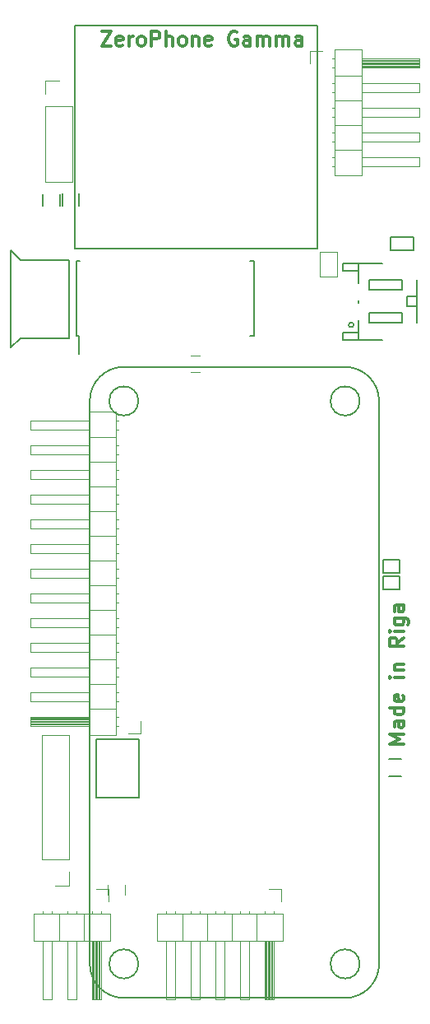
<source format=gto>
%TF.GenerationSoftware,KiCad,Pcbnew,4.0.4-stable*%
%TF.CreationDate,2017-05-07T04:07:06+03:00*%
%TF.ProjectId,back_prototype,6261636B5F70726F746F747970652E6B,rev?*%
%TF.FileFunction,Legend,Top*%
%FSLAX46Y46*%
G04 Gerber Fmt 4.6, Leading zero omitted, Abs format (unit mm)*
G04 Created by KiCad (PCBNEW 4.0.4-stable) date 05/07/17 04:07:06*
%MOMM*%
%LPD*%
G01*
G04 APERTURE LIST*
%ADD10C,0.100000*%
%ADD11C,0.300000*%
%ADD12C,0.150000*%
%ADD13C,0.120000*%
G04 APERTURE END LIST*
D10*
D11*
X79977371Y-113822857D02*
X78477371Y-113822857D01*
X79548800Y-113322857D01*
X78477371Y-112822857D01*
X79977371Y-112822857D01*
X79977371Y-111465714D02*
X79191657Y-111465714D01*
X79048800Y-111537143D01*
X78977371Y-111680000D01*
X78977371Y-111965714D01*
X79048800Y-112108571D01*
X79905943Y-111465714D02*
X79977371Y-111608571D01*
X79977371Y-111965714D01*
X79905943Y-112108571D01*
X79763086Y-112180000D01*
X79620229Y-112180000D01*
X79477371Y-112108571D01*
X79405943Y-111965714D01*
X79405943Y-111608571D01*
X79334514Y-111465714D01*
X79977371Y-110108571D02*
X78477371Y-110108571D01*
X79905943Y-110108571D02*
X79977371Y-110251428D01*
X79977371Y-110537142D01*
X79905943Y-110680000D01*
X79834514Y-110751428D01*
X79691657Y-110822857D01*
X79263086Y-110822857D01*
X79120229Y-110751428D01*
X79048800Y-110680000D01*
X78977371Y-110537142D01*
X78977371Y-110251428D01*
X79048800Y-110108571D01*
X79905943Y-108822857D02*
X79977371Y-108965714D01*
X79977371Y-109251428D01*
X79905943Y-109394285D01*
X79763086Y-109465714D01*
X79191657Y-109465714D01*
X79048800Y-109394285D01*
X78977371Y-109251428D01*
X78977371Y-108965714D01*
X79048800Y-108822857D01*
X79191657Y-108751428D01*
X79334514Y-108751428D01*
X79477371Y-109465714D01*
X79977371Y-106965714D02*
X78977371Y-106965714D01*
X78477371Y-106965714D02*
X78548800Y-107037143D01*
X78620229Y-106965714D01*
X78548800Y-106894286D01*
X78477371Y-106965714D01*
X78620229Y-106965714D01*
X78977371Y-106251428D02*
X79977371Y-106251428D01*
X79120229Y-106251428D02*
X79048800Y-106180000D01*
X78977371Y-106037142D01*
X78977371Y-105822857D01*
X79048800Y-105680000D01*
X79191657Y-105608571D01*
X79977371Y-105608571D01*
X79977371Y-102894285D02*
X79263086Y-103394285D01*
X79977371Y-103751428D02*
X78477371Y-103751428D01*
X78477371Y-103180000D01*
X78548800Y-103037142D01*
X78620229Y-102965714D01*
X78763086Y-102894285D01*
X78977371Y-102894285D01*
X79120229Y-102965714D01*
X79191657Y-103037142D01*
X79263086Y-103180000D01*
X79263086Y-103751428D01*
X79977371Y-102251428D02*
X78977371Y-102251428D01*
X78477371Y-102251428D02*
X78548800Y-102322857D01*
X78620229Y-102251428D01*
X78548800Y-102180000D01*
X78477371Y-102251428D01*
X78620229Y-102251428D01*
X78977371Y-100894285D02*
X80191657Y-100894285D01*
X80334514Y-100965714D01*
X80405943Y-101037142D01*
X80477371Y-101179999D01*
X80477371Y-101394285D01*
X80405943Y-101537142D01*
X79905943Y-100894285D02*
X79977371Y-101037142D01*
X79977371Y-101322856D01*
X79905943Y-101465714D01*
X79834514Y-101537142D01*
X79691657Y-101608571D01*
X79263086Y-101608571D01*
X79120229Y-101537142D01*
X79048800Y-101465714D01*
X78977371Y-101322856D01*
X78977371Y-101037142D01*
X79048800Y-100894285D01*
X79977371Y-99537142D02*
X79191657Y-99537142D01*
X79048800Y-99608571D01*
X78977371Y-99751428D01*
X78977371Y-100037142D01*
X79048800Y-100179999D01*
X79905943Y-99537142D02*
X79977371Y-99679999D01*
X79977371Y-100037142D01*
X79905943Y-100179999D01*
X79763086Y-100251428D01*
X79620229Y-100251428D01*
X79477371Y-100179999D01*
X79405943Y-100037142D01*
X79405943Y-99679999D01*
X79334514Y-99537142D01*
X48839944Y-40529771D02*
X49839944Y-40529771D01*
X48839944Y-42029771D01*
X49839944Y-42029771D01*
X50982800Y-41958343D02*
X50839943Y-42029771D01*
X50554229Y-42029771D01*
X50411372Y-41958343D01*
X50339943Y-41815486D01*
X50339943Y-41244057D01*
X50411372Y-41101200D01*
X50554229Y-41029771D01*
X50839943Y-41029771D01*
X50982800Y-41101200D01*
X51054229Y-41244057D01*
X51054229Y-41386914D01*
X50339943Y-41529771D01*
X51697086Y-42029771D02*
X51697086Y-41029771D01*
X51697086Y-41315486D02*
X51768514Y-41172629D01*
X51839943Y-41101200D01*
X51982800Y-41029771D01*
X52125657Y-41029771D01*
X52839943Y-42029771D02*
X52697085Y-41958343D01*
X52625657Y-41886914D01*
X52554228Y-41744057D01*
X52554228Y-41315486D01*
X52625657Y-41172629D01*
X52697085Y-41101200D01*
X52839943Y-41029771D01*
X53054228Y-41029771D01*
X53197085Y-41101200D01*
X53268514Y-41172629D01*
X53339943Y-41315486D01*
X53339943Y-41744057D01*
X53268514Y-41886914D01*
X53197085Y-41958343D01*
X53054228Y-42029771D01*
X52839943Y-42029771D01*
X53982800Y-42029771D02*
X53982800Y-40529771D01*
X54554228Y-40529771D01*
X54697086Y-40601200D01*
X54768514Y-40672629D01*
X54839943Y-40815486D01*
X54839943Y-41029771D01*
X54768514Y-41172629D01*
X54697086Y-41244057D01*
X54554228Y-41315486D01*
X53982800Y-41315486D01*
X55482800Y-42029771D02*
X55482800Y-40529771D01*
X56125657Y-42029771D02*
X56125657Y-41244057D01*
X56054228Y-41101200D01*
X55911371Y-41029771D01*
X55697086Y-41029771D01*
X55554228Y-41101200D01*
X55482800Y-41172629D01*
X57054229Y-42029771D02*
X56911371Y-41958343D01*
X56839943Y-41886914D01*
X56768514Y-41744057D01*
X56768514Y-41315486D01*
X56839943Y-41172629D01*
X56911371Y-41101200D01*
X57054229Y-41029771D01*
X57268514Y-41029771D01*
X57411371Y-41101200D01*
X57482800Y-41172629D01*
X57554229Y-41315486D01*
X57554229Y-41744057D01*
X57482800Y-41886914D01*
X57411371Y-41958343D01*
X57268514Y-42029771D01*
X57054229Y-42029771D01*
X58197086Y-41029771D02*
X58197086Y-42029771D01*
X58197086Y-41172629D02*
X58268514Y-41101200D01*
X58411372Y-41029771D01*
X58625657Y-41029771D01*
X58768514Y-41101200D01*
X58839943Y-41244057D01*
X58839943Y-42029771D01*
X60125657Y-41958343D02*
X59982800Y-42029771D01*
X59697086Y-42029771D01*
X59554229Y-41958343D01*
X59482800Y-41815486D01*
X59482800Y-41244057D01*
X59554229Y-41101200D01*
X59697086Y-41029771D01*
X59982800Y-41029771D01*
X60125657Y-41101200D01*
X60197086Y-41244057D01*
X60197086Y-41386914D01*
X59482800Y-41529771D01*
X62768514Y-40601200D02*
X62625657Y-40529771D01*
X62411371Y-40529771D01*
X62197086Y-40601200D01*
X62054228Y-40744057D01*
X61982800Y-40886914D01*
X61911371Y-41172629D01*
X61911371Y-41386914D01*
X61982800Y-41672629D01*
X62054228Y-41815486D01*
X62197086Y-41958343D01*
X62411371Y-42029771D01*
X62554228Y-42029771D01*
X62768514Y-41958343D01*
X62839943Y-41886914D01*
X62839943Y-41386914D01*
X62554228Y-41386914D01*
X64125657Y-42029771D02*
X64125657Y-41244057D01*
X64054228Y-41101200D01*
X63911371Y-41029771D01*
X63625657Y-41029771D01*
X63482800Y-41101200D01*
X64125657Y-41958343D02*
X63982800Y-42029771D01*
X63625657Y-42029771D01*
X63482800Y-41958343D01*
X63411371Y-41815486D01*
X63411371Y-41672629D01*
X63482800Y-41529771D01*
X63625657Y-41458343D01*
X63982800Y-41458343D01*
X64125657Y-41386914D01*
X64839943Y-42029771D02*
X64839943Y-41029771D01*
X64839943Y-41172629D02*
X64911371Y-41101200D01*
X65054229Y-41029771D01*
X65268514Y-41029771D01*
X65411371Y-41101200D01*
X65482800Y-41244057D01*
X65482800Y-42029771D01*
X65482800Y-41244057D02*
X65554229Y-41101200D01*
X65697086Y-41029771D01*
X65911371Y-41029771D01*
X66054229Y-41101200D01*
X66125657Y-41244057D01*
X66125657Y-42029771D01*
X66839943Y-42029771D02*
X66839943Y-41029771D01*
X66839943Y-41172629D02*
X66911371Y-41101200D01*
X67054229Y-41029771D01*
X67268514Y-41029771D01*
X67411371Y-41101200D01*
X67482800Y-41244057D01*
X67482800Y-42029771D01*
X67482800Y-41244057D02*
X67554229Y-41101200D01*
X67697086Y-41029771D01*
X67911371Y-41029771D01*
X68054229Y-41101200D01*
X68125657Y-41244057D01*
X68125657Y-42029771D01*
X69482800Y-42029771D02*
X69482800Y-41244057D01*
X69411371Y-41101200D01*
X69268514Y-41029771D01*
X68982800Y-41029771D01*
X68839943Y-41101200D01*
X69482800Y-41958343D02*
X69339943Y-42029771D01*
X68982800Y-42029771D01*
X68839943Y-41958343D01*
X68768514Y-41815486D01*
X68768514Y-41672629D01*
X68839943Y-41529771D01*
X68982800Y-41458343D01*
X69339943Y-41458343D01*
X69482800Y-41386914D01*
D12*
X46531500Y-57248500D02*
X46531500Y-58448500D01*
X44781500Y-58448500D02*
X44781500Y-57248500D01*
X40508400Y-64080800D02*
X41008400Y-64080800D01*
X39508400Y-63080800D02*
X40508400Y-64080800D01*
X39508400Y-73080800D02*
X39508400Y-63080800D01*
X40508400Y-72080800D02*
X39508400Y-73080800D01*
X41008400Y-72080800D02*
X40508400Y-72080800D01*
X45508400Y-72080800D02*
X41008400Y-72080800D01*
X45508400Y-64080800D02*
X45508400Y-72080800D01*
X41008400Y-64080800D02*
X45508400Y-64080800D01*
D13*
X45459000Y-125730000D02*
X45459000Y-112910000D01*
X45459000Y-112910000D02*
X42679000Y-112910000D01*
X42679000Y-112910000D02*
X42679000Y-125730000D01*
X42679000Y-125730000D02*
X45459000Y-125730000D01*
X45459000Y-127000000D02*
X45459000Y-128390000D01*
X45459000Y-128390000D02*
X44069000Y-128390000D01*
D12*
X74788600Y-70726000D02*
G75*
G03X74788600Y-70726000I-250000J0D01*
G01*
X81288600Y-68826000D02*
X80288600Y-68826000D01*
X80288600Y-68826000D02*
X80288600Y-67826000D01*
X80288600Y-67826000D02*
X81288600Y-67826000D01*
X75288600Y-70226000D02*
X75288600Y-71476000D01*
X75288600Y-71476000D02*
X73688600Y-71476000D01*
X73688600Y-71476000D02*
X73688600Y-72276000D01*
X73688600Y-72276000D02*
X77788600Y-72276000D01*
X75288600Y-71476000D02*
X75288600Y-72276000D01*
X75288600Y-66426000D02*
X75288600Y-65176000D01*
X75288600Y-65176000D02*
X73688600Y-65176000D01*
X73688600Y-65176000D02*
X73688600Y-64376000D01*
X73688600Y-64376000D02*
X77788600Y-64376000D01*
X75288600Y-65176000D02*
X75288600Y-64376000D01*
X81288600Y-70526000D02*
X81288600Y-66126000D01*
X76388600Y-70526000D02*
X79788600Y-70526000D01*
X79788600Y-70526000D02*
X79788600Y-69526000D01*
X79788600Y-69526000D02*
X76388600Y-69526000D01*
X76388600Y-69526000D02*
X76388600Y-70526000D01*
X76388600Y-66126000D02*
X79788600Y-66126000D01*
X79788600Y-66126000D02*
X79788600Y-67126000D01*
X79788600Y-67126000D02*
X76388600Y-67126000D01*
X76388600Y-67126000D02*
X76388600Y-66126000D01*
X75288600Y-68426000D02*
X75288600Y-68226000D01*
D13*
X50282000Y-112896000D02*
X50282000Y-110236000D01*
X50282000Y-110236000D02*
X47542000Y-110236000D01*
X47542000Y-110236000D02*
X47542000Y-112896000D01*
X47542000Y-112896000D02*
X50282000Y-112896000D01*
X47542000Y-111946000D02*
X47542000Y-111066000D01*
X47542000Y-111066000D02*
X41542000Y-111066000D01*
X41542000Y-111066000D02*
X41542000Y-111946000D01*
X41542000Y-111946000D02*
X47542000Y-111946000D01*
X50592000Y-111946000D02*
X50282000Y-111946000D01*
X50592000Y-111066000D02*
X50282000Y-111066000D01*
X47542000Y-111826000D02*
X41542000Y-111826000D01*
X47542000Y-111706000D02*
X41542000Y-111706000D01*
X47542000Y-111586000D02*
X41542000Y-111586000D01*
X47542000Y-111466000D02*
X41542000Y-111466000D01*
X47542000Y-111346000D02*
X41542000Y-111346000D01*
X47542000Y-111226000D02*
X41542000Y-111226000D01*
X47542000Y-111106000D02*
X41542000Y-111106000D01*
X50282000Y-110236000D02*
X50282000Y-107696000D01*
X50282000Y-107696000D02*
X47542000Y-107696000D01*
X47542000Y-107696000D02*
X47542000Y-110236000D01*
X47542000Y-110236000D02*
X50282000Y-110236000D01*
X47542000Y-109406000D02*
X47542000Y-108526000D01*
X47542000Y-108526000D02*
X41542000Y-108526000D01*
X41542000Y-108526000D02*
X41542000Y-109406000D01*
X41542000Y-109406000D02*
X47542000Y-109406000D01*
X50592000Y-109406000D02*
X50282000Y-109406000D01*
X50592000Y-108526000D02*
X50282000Y-108526000D01*
X50282000Y-107696000D02*
X50282000Y-105156000D01*
X50282000Y-105156000D02*
X47542000Y-105156000D01*
X47542000Y-105156000D02*
X47542000Y-107696000D01*
X47542000Y-107696000D02*
X50282000Y-107696000D01*
X47542000Y-106866000D02*
X47542000Y-105986000D01*
X47542000Y-105986000D02*
X41542000Y-105986000D01*
X41542000Y-105986000D02*
X41542000Y-106866000D01*
X41542000Y-106866000D02*
X47542000Y-106866000D01*
X50592000Y-106866000D02*
X50282000Y-106866000D01*
X50592000Y-105986000D02*
X50282000Y-105986000D01*
X50282000Y-105156000D02*
X50282000Y-102616000D01*
X50282000Y-102616000D02*
X47542000Y-102616000D01*
X47542000Y-102616000D02*
X47542000Y-105156000D01*
X47542000Y-105156000D02*
X50282000Y-105156000D01*
X47542000Y-104326000D02*
X47542000Y-103446000D01*
X47542000Y-103446000D02*
X41542000Y-103446000D01*
X41542000Y-103446000D02*
X41542000Y-104326000D01*
X41542000Y-104326000D02*
X47542000Y-104326000D01*
X50592000Y-104326000D02*
X50282000Y-104326000D01*
X50592000Y-103446000D02*
X50282000Y-103446000D01*
X50282000Y-102616000D02*
X50282000Y-100076000D01*
X50282000Y-100076000D02*
X47542000Y-100076000D01*
X47542000Y-100076000D02*
X47542000Y-102616000D01*
X47542000Y-102616000D02*
X50282000Y-102616000D01*
X47542000Y-101786000D02*
X47542000Y-100906000D01*
X47542000Y-100906000D02*
X41542000Y-100906000D01*
X41542000Y-100906000D02*
X41542000Y-101786000D01*
X41542000Y-101786000D02*
X47542000Y-101786000D01*
X50592000Y-101786000D02*
X50282000Y-101786000D01*
X50592000Y-100906000D02*
X50282000Y-100906000D01*
X50282000Y-100076000D02*
X50282000Y-97536000D01*
X50282000Y-97536000D02*
X47542000Y-97536000D01*
X47542000Y-97536000D02*
X47542000Y-100076000D01*
X47542000Y-100076000D02*
X50282000Y-100076000D01*
X47542000Y-99246000D02*
X47542000Y-98366000D01*
X47542000Y-98366000D02*
X41542000Y-98366000D01*
X41542000Y-98366000D02*
X41542000Y-99246000D01*
X41542000Y-99246000D02*
X47542000Y-99246000D01*
X50592000Y-99246000D02*
X50282000Y-99246000D01*
X50592000Y-98366000D02*
X50282000Y-98366000D01*
X50282000Y-97536000D02*
X50282000Y-94996000D01*
X50282000Y-94996000D02*
X47542000Y-94996000D01*
X47542000Y-94996000D02*
X47542000Y-97536000D01*
X47542000Y-97536000D02*
X50282000Y-97536000D01*
X47542000Y-96706000D02*
X47542000Y-95826000D01*
X47542000Y-95826000D02*
X41542000Y-95826000D01*
X41542000Y-95826000D02*
X41542000Y-96706000D01*
X41542000Y-96706000D02*
X47542000Y-96706000D01*
X50592000Y-96706000D02*
X50282000Y-96706000D01*
X50592000Y-95826000D02*
X50282000Y-95826000D01*
X50282000Y-94996000D02*
X50282000Y-92456000D01*
X50282000Y-92456000D02*
X47542000Y-92456000D01*
X47542000Y-92456000D02*
X47542000Y-94996000D01*
X47542000Y-94996000D02*
X50282000Y-94996000D01*
X47542000Y-94166000D02*
X47542000Y-93286000D01*
X47542000Y-93286000D02*
X41542000Y-93286000D01*
X41542000Y-93286000D02*
X41542000Y-94166000D01*
X41542000Y-94166000D02*
X47542000Y-94166000D01*
X50592000Y-94166000D02*
X50282000Y-94166000D01*
X50592000Y-93286000D02*
X50282000Y-93286000D01*
X50282000Y-92456000D02*
X50282000Y-89916000D01*
X50282000Y-89916000D02*
X47542000Y-89916000D01*
X47542000Y-89916000D02*
X47542000Y-92456000D01*
X47542000Y-92456000D02*
X50282000Y-92456000D01*
X47542000Y-91626000D02*
X47542000Y-90746000D01*
X47542000Y-90746000D02*
X41542000Y-90746000D01*
X41542000Y-90746000D02*
X41542000Y-91626000D01*
X41542000Y-91626000D02*
X47542000Y-91626000D01*
X50592000Y-91626000D02*
X50282000Y-91626000D01*
X50592000Y-90746000D02*
X50282000Y-90746000D01*
X50282000Y-89916000D02*
X50282000Y-87376000D01*
X50282000Y-87376000D02*
X47542000Y-87376000D01*
X47542000Y-87376000D02*
X47542000Y-89916000D01*
X47542000Y-89916000D02*
X50282000Y-89916000D01*
X47542000Y-89086000D02*
X47542000Y-88206000D01*
X47542000Y-88206000D02*
X41542000Y-88206000D01*
X41542000Y-88206000D02*
X41542000Y-89086000D01*
X41542000Y-89086000D02*
X47542000Y-89086000D01*
X50592000Y-89086000D02*
X50282000Y-89086000D01*
X50592000Y-88206000D02*
X50282000Y-88206000D01*
X50282000Y-87376000D02*
X50282000Y-84836000D01*
X50282000Y-84836000D02*
X47542000Y-84836000D01*
X47542000Y-84836000D02*
X47542000Y-87376000D01*
X47542000Y-87376000D02*
X50282000Y-87376000D01*
X47542000Y-86546000D02*
X47542000Y-85666000D01*
X47542000Y-85666000D02*
X41542000Y-85666000D01*
X41542000Y-85666000D02*
X41542000Y-86546000D01*
X41542000Y-86546000D02*
X47542000Y-86546000D01*
X50592000Y-86546000D02*
X50282000Y-86546000D01*
X50592000Y-85666000D02*
X50282000Y-85666000D01*
X50282000Y-84836000D02*
X50282000Y-82296000D01*
X50282000Y-82296000D02*
X47542000Y-82296000D01*
X47542000Y-82296000D02*
X47542000Y-84836000D01*
X47542000Y-84836000D02*
X50282000Y-84836000D01*
X47542000Y-84006000D02*
X47542000Y-83126000D01*
X47542000Y-83126000D02*
X41542000Y-83126000D01*
X41542000Y-83126000D02*
X41542000Y-84006000D01*
X41542000Y-84006000D02*
X47542000Y-84006000D01*
X50592000Y-84006000D02*
X50282000Y-84006000D01*
X50592000Y-83126000D02*
X50282000Y-83126000D01*
X50282000Y-82296000D02*
X50282000Y-79636000D01*
X50282000Y-79636000D02*
X47542000Y-79636000D01*
X47542000Y-79636000D02*
X47542000Y-82296000D01*
X47542000Y-82296000D02*
X50282000Y-82296000D01*
X47542000Y-81466000D02*
X47542000Y-80586000D01*
X47542000Y-80586000D02*
X41542000Y-80586000D01*
X41542000Y-80586000D02*
X41542000Y-81466000D01*
X41542000Y-81466000D02*
X47542000Y-81466000D01*
X50592000Y-81466000D02*
X50282000Y-81466000D01*
X50592000Y-80586000D02*
X50282000Y-80586000D01*
X52832000Y-111506000D02*
X52832000Y-112776000D01*
X52832000Y-112776000D02*
X51562000Y-112776000D01*
X43060000Y-48260000D02*
X43060000Y-56000000D01*
X43060000Y-56000000D02*
X45840000Y-56000000D01*
X45840000Y-56000000D02*
X45840000Y-48260000D01*
X45840000Y-48260000D02*
X43060000Y-48260000D01*
X43060000Y-46990000D02*
X43060000Y-45600000D01*
X43060000Y-45600000D02*
X44450000Y-45600000D01*
X73076800Y-65786000D02*
X73076800Y-63246000D01*
X71296800Y-63246000D02*
X71296800Y-65786000D01*
X71296800Y-63246000D02*
X73076800Y-63246000D01*
X73076800Y-65786000D02*
X71296800Y-65786000D01*
X72857200Y-42399600D02*
X72857200Y-45059600D01*
X72857200Y-45059600D02*
X75597200Y-45059600D01*
X75597200Y-45059600D02*
X75597200Y-42399600D01*
X75597200Y-42399600D02*
X72857200Y-42399600D01*
X75597200Y-43349600D02*
X75597200Y-44229600D01*
X75597200Y-44229600D02*
X81597200Y-44229600D01*
X81597200Y-44229600D02*
X81597200Y-43349600D01*
X81597200Y-43349600D02*
X75597200Y-43349600D01*
X72547200Y-43349600D02*
X72857200Y-43349600D01*
X72547200Y-44229600D02*
X72857200Y-44229600D01*
X75597200Y-43469600D02*
X81597200Y-43469600D01*
X75597200Y-43589600D02*
X81597200Y-43589600D01*
X75597200Y-43709600D02*
X81597200Y-43709600D01*
X75597200Y-43829600D02*
X81597200Y-43829600D01*
X75597200Y-43949600D02*
X81597200Y-43949600D01*
X75597200Y-44069600D02*
X81597200Y-44069600D01*
X75597200Y-44189600D02*
X81597200Y-44189600D01*
X72857200Y-45059600D02*
X72857200Y-47599600D01*
X72857200Y-47599600D02*
X75597200Y-47599600D01*
X75597200Y-47599600D02*
X75597200Y-45059600D01*
X75597200Y-45059600D02*
X72857200Y-45059600D01*
X75597200Y-45889600D02*
X75597200Y-46769600D01*
X75597200Y-46769600D02*
X81597200Y-46769600D01*
X81597200Y-46769600D02*
X81597200Y-45889600D01*
X81597200Y-45889600D02*
X75597200Y-45889600D01*
X72547200Y-45889600D02*
X72857200Y-45889600D01*
X72547200Y-46769600D02*
X72857200Y-46769600D01*
X72857200Y-47599600D02*
X72857200Y-50139600D01*
X72857200Y-50139600D02*
X75597200Y-50139600D01*
X75597200Y-50139600D02*
X75597200Y-47599600D01*
X75597200Y-47599600D02*
X72857200Y-47599600D01*
X75597200Y-48429600D02*
X75597200Y-49309600D01*
X75597200Y-49309600D02*
X81597200Y-49309600D01*
X81597200Y-49309600D02*
X81597200Y-48429600D01*
X81597200Y-48429600D02*
X75597200Y-48429600D01*
X72547200Y-48429600D02*
X72857200Y-48429600D01*
X72547200Y-49309600D02*
X72857200Y-49309600D01*
X72857200Y-50139600D02*
X72857200Y-52679600D01*
X72857200Y-52679600D02*
X75597200Y-52679600D01*
X75597200Y-52679600D02*
X75597200Y-50139600D01*
X75597200Y-50139600D02*
X72857200Y-50139600D01*
X75597200Y-50969600D02*
X75597200Y-51849600D01*
X75597200Y-51849600D02*
X81597200Y-51849600D01*
X81597200Y-51849600D02*
X81597200Y-50969600D01*
X81597200Y-50969600D02*
X75597200Y-50969600D01*
X72547200Y-50969600D02*
X72857200Y-50969600D01*
X72547200Y-51849600D02*
X72857200Y-51849600D01*
X72857200Y-52679600D02*
X72857200Y-55339600D01*
X72857200Y-55339600D02*
X75597200Y-55339600D01*
X75597200Y-55339600D02*
X75597200Y-52679600D01*
X75597200Y-52679600D02*
X72857200Y-52679600D01*
X75597200Y-53509600D02*
X75597200Y-54389600D01*
X75597200Y-54389600D02*
X81597200Y-54389600D01*
X81597200Y-54389600D02*
X81597200Y-53509600D01*
X81597200Y-53509600D02*
X75597200Y-53509600D01*
X72547200Y-53509600D02*
X72857200Y-53509600D01*
X72547200Y-54389600D02*
X72857200Y-54389600D01*
X70307200Y-43789600D02*
X70307200Y-42519600D01*
X70307200Y-42519600D02*
X71577200Y-42519600D01*
D12*
X44563000Y-57265000D02*
X44563000Y-58465000D01*
X42813000Y-58465000D02*
X42813000Y-57265000D01*
X46099600Y-62901200D02*
X46099600Y-39901200D01*
X71099600Y-62901200D02*
X46099600Y-62901200D01*
X71099600Y-39901200D02*
X71099600Y-62901200D01*
X46099600Y-39901200D02*
X71099600Y-39901200D01*
X78458760Y-115365560D02*
X79658760Y-115365560D01*
X79658760Y-117115560D02*
X78458760Y-117115560D01*
D13*
X49505500Y-128341500D02*
X49505500Y-129341500D01*
X51205500Y-129341500D02*
X51205500Y-128341500D01*
X58983500Y-73889500D02*
X57983500Y-73889500D01*
X57983500Y-75589500D02*
X58983500Y-75589500D01*
D12*
X46247000Y-71867000D02*
X46497000Y-71867000D01*
X46247000Y-64117000D02*
X46592000Y-64117000D01*
X64497000Y-64117000D02*
X64152000Y-64117000D01*
X64497000Y-71867000D02*
X64152000Y-71867000D01*
X46247000Y-71867000D02*
X46247000Y-64117000D01*
X64497000Y-71867000D02*
X64497000Y-64117000D01*
X46497000Y-71867000D02*
X46497000Y-73692000D01*
X79523440Y-96571840D02*
X77823440Y-96571840D01*
X79523440Y-97971840D02*
X79523440Y-96571840D01*
X77823440Y-97971840D02*
X79523440Y-97971840D01*
X79523440Y-97971840D02*
X79523440Y-96571840D01*
X77823440Y-97971840D02*
X77823440Y-96571840D01*
X79554960Y-94854800D02*
X77854960Y-94854800D01*
X79554960Y-96254800D02*
X79554960Y-94854800D01*
X77854960Y-96254800D02*
X79554960Y-96254800D01*
X79554960Y-96254800D02*
X79554960Y-94854800D01*
X77854960Y-96254800D02*
X77854960Y-94854800D01*
D13*
X49713500Y-131328000D02*
X47053500Y-131328000D01*
X47053500Y-131328000D02*
X47053500Y-134068000D01*
X47053500Y-134068000D02*
X49713500Y-134068000D01*
X49713500Y-134068000D02*
X49713500Y-131328000D01*
X48763500Y-134068000D02*
X47883500Y-134068000D01*
X47883500Y-134068000D02*
X47883500Y-140068000D01*
X47883500Y-140068000D02*
X48763500Y-140068000D01*
X48763500Y-140068000D02*
X48763500Y-134068000D01*
X48763500Y-131018000D02*
X48763500Y-131328000D01*
X47883500Y-131018000D02*
X47883500Y-131328000D01*
X48643500Y-134068000D02*
X48643500Y-140068000D01*
X48523500Y-134068000D02*
X48523500Y-140068000D01*
X48403500Y-134068000D02*
X48403500Y-140068000D01*
X48283500Y-134068000D02*
X48283500Y-140068000D01*
X48163500Y-134068000D02*
X48163500Y-140068000D01*
X48043500Y-134068000D02*
X48043500Y-140068000D01*
X47923500Y-134068000D02*
X47923500Y-140068000D01*
X47053500Y-131328000D02*
X44513500Y-131328000D01*
X44513500Y-131328000D02*
X44513500Y-134068000D01*
X44513500Y-134068000D02*
X47053500Y-134068000D01*
X47053500Y-134068000D02*
X47053500Y-131328000D01*
X46223500Y-134068000D02*
X45343500Y-134068000D01*
X45343500Y-134068000D02*
X45343500Y-140068000D01*
X45343500Y-140068000D02*
X46223500Y-140068000D01*
X46223500Y-140068000D02*
X46223500Y-134068000D01*
X46223500Y-131018000D02*
X46223500Y-131328000D01*
X45343500Y-131018000D02*
X45343500Y-131328000D01*
X44513500Y-131328000D02*
X41853500Y-131328000D01*
X41853500Y-131328000D02*
X41853500Y-134068000D01*
X41853500Y-134068000D02*
X44513500Y-134068000D01*
X44513500Y-134068000D02*
X44513500Y-131328000D01*
X43683500Y-134068000D02*
X42803500Y-134068000D01*
X42803500Y-134068000D02*
X42803500Y-140068000D01*
X42803500Y-140068000D02*
X43683500Y-140068000D01*
X43683500Y-140068000D02*
X43683500Y-134068000D01*
X43683500Y-131018000D02*
X43683500Y-131328000D01*
X42803500Y-131018000D02*
X42803500Y-131328000D01*
X48323500Y-128778000D02*
X49593500Y-128778000D01*
X49593500Y-128778000D02*
X49593500Y-130048000D01*
X67493500Y-131328000D02*
X64833500Y-131328000D01*
X64833500Y-131328000D02*
X64833500Y-134068000D01*
X64833500Y-134068000D02*
X67493500Y-134068000D01*
X67493500Y-134068000D02*
X67493500Y-131328000D01*
X66543500Y-134068000D02*
X65663500Y-134068000D01*
X65663500Y-134068000D02*
X65663500Y-140068000D01*
X65663500Y-140068000D02*
X66543500Y-140068000D01*
X66543500Y-140068000D02*
X66543500Y-134068000D01*
X66543500Y-131018000D02*
X66543500Y-131328000D01*
X65663500Y-131018000D02*
X65663500Y-131328000D01*
X66423500Y-134068000D02*
X66423500Y-140068000D01*
X66303500Y-134068000D02*
X66303500Y-140068000D01*
X66183500Y-134068000D02*
X66183500Y-140068000D01*
X66063500Y-134068000D02*
X66063500Y-140068000D01*
X65943500Y-134068000D02*
X65943500Y-140068000D01*
X65823500Y-134068000D02*
X65823500Y-140068000D01*
X65703500Y-134068000D02*
X65703500Y-140068000D01*
X64833500Y-131328000D02*
X62293500Y-131328000D01*
X62293500Y-131328000D02*
X62293500Y-134068000D01*
X62293500Y-134068000D02*
X64833500Y-134068000D01*
X64833500Y-134068000D02*
X64833500Y-131328000D01*
X64003500Y-134068000D02*
X63123500Y-134068000D01*
X63123500Y-134068000D02*
X63123500Y-140068000D01*
X63123500Y-140068000D02*
X64003500Y-140068000D01*
X64003500Y-140068000D02*
X64003500Y-134068000D01*
X64003500Y-131018000D02*
X64003500Y-131328000D01*
X63123500Y-131018000D02*
X63123500Y-131328000D01*
X62293500Y-131328000D02*
X59753500Y-131328000D01*
X59753500Y-131328000D02*
X59753500Y-134068000D01*
X59753500Y-134068000D02*
X62293500Y-134068000D01*
X62293500Y-134068000D02*
X62293500Y-131328000D01*
X61463500Y-134068000D02*
X60583500Y-134068000D01*
X60583500Y-134068000D02*
X60583500Y-140068000D01*
X60583500Y-140068000D02*
X61463500Y-140068000D01*
X61463500Y-140068000D02*
X61463500Y-134068000D01*
X61463500Y-131018000D02*
X61463500Y-131328000D01*
X60583500Y-131018000D02*
X60583500Y-131328000D01*
X59753500Y-131328000D02*
X57213500Y-131328000D01*
X57213500Y-131328000D02*
X57213500Y-134068000D01*
X57213500Y-134068000D02*
X59753500Y-134068000D01*
X59753500Y-134068000D02*
X59753500Y-131328000D01*
X58923500Y-134068000D02*
X58043500Y-134068000D01*
X58043500Y-134068000D02*
X58043500Y-140068000D01*
X58043500Y-140068000D02*
X58923500Y-140068000D01*
X58923500Y-140068000D02*
X58923500Y-134068000D01*
X58923500Y-131018000D02*
X58923500Y-131328000D01*
X58043500Y-131018000D02*
X58043500Y-131328000D01*
X57213500Y-131328000D02*
X54553500Y-131328000D01*
X54553500Y-131328000D02*
X54553500Y-134068000D01*
X54553500Y-134068000D02*
X57213500Y-134068000D01*
X57213500Y-134068000D02*
X57213500Y-131328000D01*
X56383500Y-134068000D02*
X55503500Y-134068000D01*
X55503500Y-134068000D02*
X55503500Y-140068000D01*
X55503500Y-140068000D02*
X56383500Y-140068000D01*
X56383500Y-140068000D02*
X56383500Y-134068000D01*
X56383500Y-131018000D02*
X56383500Y-131328000D01*
X55503500Y-131018000D02*
X55503500Y-131328000D01*
X66103500Y-128778000D02*
X67373500Y-128778000D01*
X67373500Y-128778000D02*
X67373500Y-130048000D01*
D12*
X48244000Y-113312000D02*
X52644000Y-113312000D01*
X48244000Y-119312000D02*
X48244000Y-113312000D01*
X52644000Y-119312000D02*
X48244000Y-119312000D01*
X52644000Y-113312000D02*
X52644000Y-119312000D01*
X52624000Y-136452000D02*
G75*
G03X52624000Y-136452000I-1500000J0D01*
G01*
X75414000Y-136452000D02*
G75*
G03X75414000Y-136452000I-1500000J0D01*
G01*
X75414000Y-78552000D02*
G75*
G03X75414000Y-78552000I-1500000J0D01*
G01*
X52624000Y-78552000D02*
G75*
G03X52624000Y-78552000I-1500000J0D01*
G01*
X51124000Y-75052000D02*
G75*
G03X47624000Y-78552000I0J-3500000D01*
G01*
X77414000Y-78552000D02*
G75*
G03X73914000Y-75052000I-3500000J0D01*
G01*
X47624000Y-136452000D02*
G75*
G03X51124000Y-139952000I3500000J0D01*
G01*
X73914000Y-139952000D02*
G75*
G03X77414000Y-136452000I0J3500000D01*
G01*
X51124000Y-75052000D02*
X73914000Y-75052000D01*
X77414000Y-78552000D02*
X77414000Y-136452000D01*
X51124000Y-139952000D02*
X73914000Y-139952000D01*
X47624000Y-136452000D02*
X47624000Y-78552000D01*
X78561080Y-61672240D02*
X80961080Y-61672240D01*
X78561080Y-63072240D02*
X78561080Y-61672240D01*
X80961080Y-63072240D02*
X78561080Y-63072240D01*
X80961080Y-61672240D02*
X80961080Y-63072240D01*
M02*

</source>
